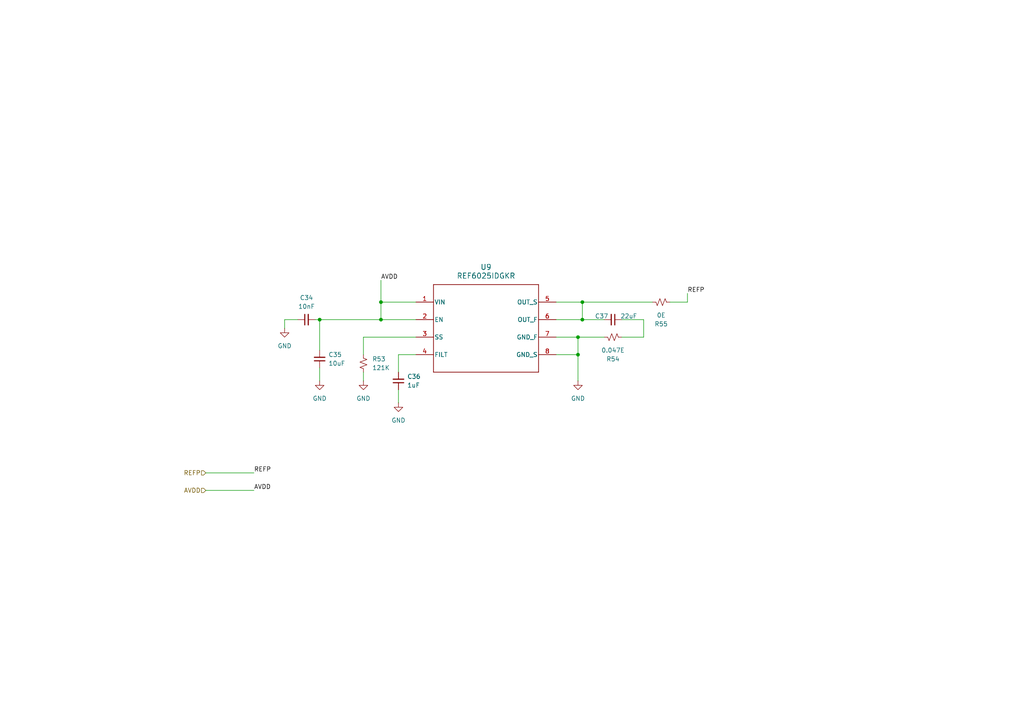
<source format=kicad_sch>
(kicad_sch (version 20231120) (generator "eeschema") (generator_version "8.0")
  (paper "A4")
  (lib_symbols
    (symbol "Device:C_Small" (pin_numbers hide) (pin_names (offset 0.254) hide)
      (property "Reference" "C" (at 0.254 1.778 0))
      (property "Value" "C_Small" (at 0.254 -2.032 0))
      (symbol "C_Small_0_1"
        (polyline (pts (xy -1.524 -0.508) (xy 1.524 -0.508)) (stroke (width 0.3302)))
        (polyline (pts (xy -1.524 0.508) (xy 1.524 0.508)) (stroke (width 0.3048)))
      )
      (symbol "C_Small_1_1"
        (pin passive line (at 0 2.54 270) (length 2.032) (name "~") (number "1"))
        (pin passive line (at 0 -2.54 90) (length 2.032) (name "~") (number "2"))
      )
    )
    (symbol "Device:R_Small_US" (pin_numbers hide) (pin_names (offset 0.254) hide)
      (property "Reference" "R" (at 0.762 0.508 0))
      (property "Value" "R_Small_US" (at 0.762 -1.016 0))
      (symbol "R_Small_US_1_1"
        (polyline (pts (xy 0 0) (xy 1.016 -0.381) (xy 0 -0.762) (xy -1.016 -1.143) (xy 0 -1.524)))
        (polyline (pts (xy 0 1.524) (xy 1.016 1.143) (xy 0 0.762) (xy -1.016 0.381) (xy 0 0)))
        (pin passive line (at 0 2.54 270) (length 1.016) (name "~") (number "1"))
        (pin passive line (at 0 -2.54 90) (length 1.016) (name "~") (number "2"))
      )
    )
    (symbol "Project Symbol Library:REF6025IDGKR" (pin_names (offset 0.254))
      (property "Reference" "U" (at 0 2.54 0))
      (property "Value" "REF6025IDGKR" (at 0 0 0))
      (symbol "REF6025IDGKR_0_1"
        (polyline (pts (xy -15.24 -12.7) (xy 15.24 -12.7)) (stroke (width 0.2032)))
        (polyline (pts (xy -15.24 12.7) (xy -15.24 -12.7)) (stroke (width 0.2032)))
        (polyline (pts (xy 15.24 -12.7) (xy 15.24 12.7)) (stroke (width 0.2032)))
        (polyline (pts (xy 15.24 12.7) (xy -15.24 12.7)) (stroke (width 0.2032)))
        (pin power_in line (at -20.32 7.62 0) (length 5.08) (name "VIN") (number "1"))
        (pin input line (at -20.32 2.54 0) (length 5.08) (name "EN") (number "2"))
        (pin input line (at -20.32 -2.54 0) (length 5.08) (name "SS") (number "3"))
        (pin unspecified line (at -20.32 -7.62 0) (length 5.08) (name "FILT") (number "4"))
        (pin unspecified line (at 20.32 7.62 180) (length 5.08) (name "OUT_S") (number "5"))
        (pin unspecified line (at 20.32 2.54 180) (length 5.08) (name "OUT_F") (number "6"))
        (pin power_in line (at 20.32 -2.54 180) (length 5.08) (name "GND_F") (number "7"))
        (pin power_in line (at 20.32 -7.62 180) (length 5.08) (name "GND_S") (number "8"))
      )
    )
    (symbol "power:GND" (power) (pin_numbers hide) (pin_names (offset 0) hide)
      (property "Value" "GND" (at 0 -3.81 0))
      (symbol "GND_0_1"
        (polyline (pts (xy 0 0) (xy 0 -1.27) (xy 1.27 -1.27) (xy 0 -2.54) (xy -1.27 -1.27) (xy 0 -1.27)))
      )
      (symbol "GND_1_1"
        (pin power_in line (at 0 0 270) (length 0) (name "~") (number "1"))
      )
    )
  )
  (junction (at 167.64 97.79))
  (junction (at 110.49 87.63))
  (junction (at 110.49 92.71))
  (junction (at 92.71 92.71))
  (junction (at 168.91 92.71))
  (junction (at 168.91 87.63))
  (junction (at 167.64 102.87))
  (wire (pts (xy 180.34 92.71) (xy 186.69 92.71)))
  (wire (pts (xy 59.69 142.24) (xy 73.66 142.24)))
  (wire (pts (xy 168.91 87.63) (xy 168.91 92.71)))
  (wire (pts (xy 120.65 97.79) (xy 105.41 97.79)))
  (wire (pts (xy 167.64 102.87) (xy 167.64 110.49)))
  (wire (pts (xy 168.91 92.71) (xy 161.29 92.71)))
  (wire (pts (xy 105.41 97.79) (xy 105.41 102.87)))
  (wire (pts (xy 82.55 92.71) (xy 86.36 92.71)))
  (wire (pts (xy 115.57 116.84) (xy 115.57 113.03)))
  (wire (pts (xy 92.71 101.6) (xy 92.71 92.71)))
  (wire (pts (xy 59.69 137.16) (xy 73.66 137.16)))
  (wire (pts (xy 167.64 97.79) (xy 175.26 97.79)))
  (wire (pts (xy 168.91 92.71) (xy 175.26 92.71)))
  (wire (pts (xy 168.91 87.63) (xy 189.23 87.63)))
  (wire (pts (xy 199.39 87.63) (xy 194.31 87.63)))
  (wire (pts (xy 161.29 87.63) (xy 168.91 87.63)))
  (wire (pts (xy 115.57 107.95) (xy 115.57 102.87)))
  (wire (pts (xy 167.64 97.79) (xy 167.64 102.87)))
  (wire (pts (xy 91.44 92.71) (xy 92.71 92.71)))
  (wire (pts (xy 161.29 102.87) (xy 167.64 102.87)))
  (wire (pts (xy 161.29 97.79) (xy 167.64 97.79)))
  (wire (pts (xy 82.55 95.25) (xy 82.55 92.71)))
  (wire (pts (xy 92.71 92.71) (xy 110.49 92.71)))
  (wire (pts (xy 110.49 87.63) (xy 110.49 92.71)))
  (wire (pts (xy 115.57 102.87) (xy 120.65 102.87)))
  (wire (pts (xy 199.39 85.09) (xy 199.39 87.63)))
  (wire (pts (xy 110.49 81.28) (xy 110.49 87.63)))
  (wire (pts (xy 186.69 92.71) (xy 186.69 97.79)))
  (wire (pts (xy 92.71 110.49) (xy 92.71 106.68)))
  (wire (pts (xy 105.41 107.95) (xy 105.41 110.49)))
  (wire (pts (xy 120.65 87.63) (xy 110.49 87.63)))
  (wire (pts (xy 186.69 97.79) (xy 180.34 97.79)))
  (wire (pts (xy 110.49 92.71) (xy 120.65 92.71)))
  (label "REFP" (at 199.39 85.09 0))
  (label "AVDD" (at 110.49 81.28 0))
  (label "AVDD" (at 73.66 142.24 0))
  (label "REFP" (at 73.66 137.16 0))
  (hierarchical_label "REFP" (shape input) (at 59.69 137.16 180))
  (hierarchical_label "AVDD" (shape input) (at 59.69 142.24 180))
  (symbol (lib_id "Device:C_Small") (at 115.57 110.49 180) (unit 1)
    (property "Reference" "C36" (at 118.11 109.2135 0) (effects (justify right)))
    (property "Value" "1uF" (at 118.11 111.7535 0) (effects (justify right)))
    (property "Description" "Unpolarized capacitor, small symbol" (effects (hide yes)))
  )
  (symbol (lib_id "Device:C_Small") (at 88.9 92.71 90) (unit 1)
    (property "Reference" "C34" (at 88.9063 86.36 90))
    (property "Value" "10nF" (at 88.9063 88.9 90))
    (property "Description" "Unpolarized capacitor, small symbol" (effects (hide yes)))
  )
  (symbol (lib_id "Device:R_Small_US") (at 177.8 97.79 90) (mirror x) (unit 1)
    (property "Reference" "R54" (at 177.8 104.14 90))
    (property "Value" "0.047E" (at 177.8 101.6 90))
    (property "Description" "Resistor, small US symbol" (effects (hide yes)))
  )
  (symbol (lib_id "power:GND") (at 167.64 110.49 0) (unit 1)
    (property "Reference" "#PWR060" (effects (hide yes)))
    (property "Value" "GND" (at 167.64 115.57 0))
    (property "Description" "Power symbol creates a global label with name \"GND\" , ground" (effects (hide yes)))
  )
  (symbol (lib_id "Project Symbol Library:REF6025IDGKR") (at 140.97 95.25 0) (unit 1)
    (property "Reference" "U9" (at 140.97 77.47 0) (effects (font (size 1.524 1.524))))
    (property "Value" "REF6025IDGKR" (at 140.97 80.01 0) (effects (font (size 1.524 1.524))))
    (property "Footprint" "DGK0008A_N" (effects (hide yes)))
    (property "Datasheet" "REF6025IDGKR" (effects (hide yes)))
  )
  (symbol (lib_id "power:GND") (at 82.55 95.25 0) (unit 1)
    (property "Reference" "#PWR055" (effects (hide yes)))
    (property "Value" "GND" (at 82.55 100.33 0))
    (property "Description" "Power symbol creates a global label with name \"GND\" , ground" (effects (hide yes)))
  )
  (symbol (lib_id "Device:R_Small_US") (at 191.77 87.63 90) (mirror x) (unit 1)
    (property "Reference" "R55" (at 191.77 93.98 90))
    (property "Value" "0E" (at 191.77 91.44 90))
    (property "Description" "Resistor, small US symbol" (effects (hide yes)))
  )
  (symbol (lib_id "Device:R_Small_US") (at 105.41 105.41 0) (unit 1)
    (property "Reference" "R53" (at 107.95 104.1399 0) (effects (justify left)))
    (property "Value" "121K" (at 107.95 106.6799 0) (effects (justify left)))
    (property "Description" "Resistor, small US symbol" (effects (hide yes)))
  )
  (symbol (lib_id "power:GND") (at 115.57 116.84 0) (unit 1)
    (property "Reference" "#PWR059" (effects (hide yes)))
    (property "Value" "GND" (at 115.57 121.92 0))
    (property "Description" "Power symbol creates a global label with name \"GND\" , ground" (effects (hide yes)))
  )
  (symbol (lib_id "power:GND") (at 92.71 110.49 0) (unit 1)
    (property "Reference" "#PWR057" (effects (hide yes)))
    (property "Value" "GND" (at 92.71 115.57 0))
    (property "Description" "Power symbol creates a global label with name \"GND\" , ground" (effects (hide yes)))
  )
  (symbol (lib_id "power:GND") (at 105.41 110.49 0) (unit 1)
    (property "Reference" "#PWR058" (effects (hide yes)))
    (property "Value" "GND" (at 105.41 115.57 0))
    (property "Description" "Power symbol creates a global label with name \"GND\" , ground" (effects (hide yes)))
  )
  (symbol (lib_id "Device:C_Small") (at 177.8 92.71 270) (unit 1)
    (property "Reference" "C37" (at 174.498 91.694 90))
    (property "Value" "22uF" (at 182.372 91.694 90))
    (property "Description" "Unpolarized capacitor, small symbol" (effects (hide yes)))
  )
  (symbol (lib_id "Device:C_Small") (at 92.71 104.14 180) (unit 1)
    (property "Reference" "C35" (at 95.25 102.8635 0) (effects (justify right)))
    (property "Value" "10uF" (at 95.25 105.4035 0) (effects (justify right)))
    (property "Description" "Unpolarized capacitor, small symbol" (effects (hide yes)))
  )
)
</source>
